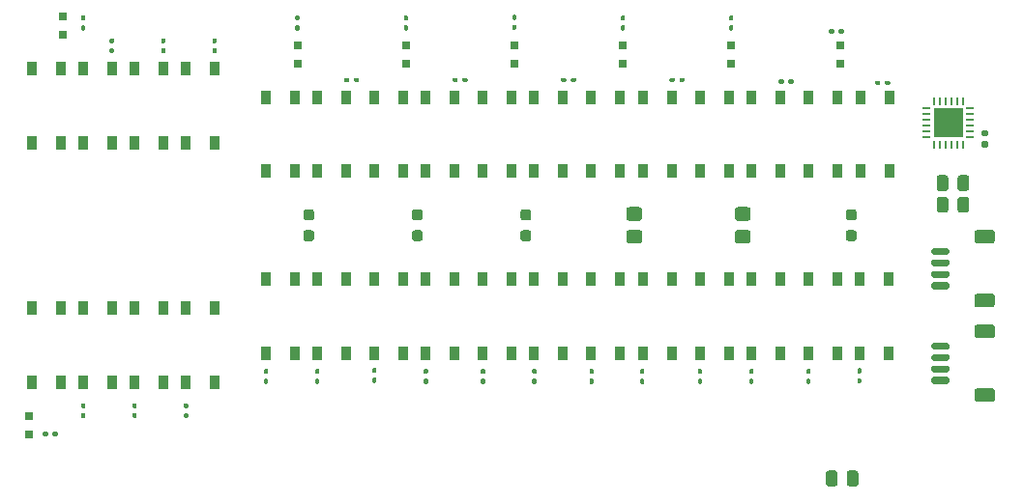
<source format=gtp>
G04 #@! TF.GenerationSoftware,KiCad,Pcbnew,(5.1.9)-1*
G04 #@! TF.CreationDate,2022-05-17T08:56:49-06:00*
G04 #@! TF.ProjectId,Calibrator_02,43616c69-6272-4617-946f-725f30322e6b,rev?*
G04 #@! TF.SameCoordinates,Original*
G04 #@! TF.FileFunction,Paste,Top*
G04 #@! TF.FilePolarity,Positive*
%FSLAX46Y46*%
G04 Gerber Fmt 4.6, Leading zero omitted, Abs format (unit mm)*
G04 Created by KiCad (PCBNEW (5.1.9)-1) date 2022-05-17 08:56:49*
%MOMM*%
%LPD*%
G01*
G04 APERTURE LIST*
%ADD10R,0.900000X1.199000*%
%ADD11R,0.280000X0.665000*%
%ADD12R,0.665000X0.280000*%
%ADD13R,2.650000X2.650000*%
%ADD14R,0.800000X0.800000*%
G04 APERTURE END LIST*
G36*
G01*
X78110000Y-13403500D02*
X78290000Y-13403500D01*
G75*
G02*
X78380000Y-13493500I0J-90000D01*
G01*
X78380000Y-13771500D01*
G75*
G02*
X78290000Y-13861500I-90000J0D01*
G01*
X78110000Y-13861500D01*
G75*
G02*
X78020000Y-13771500I0J90000D01*
G01*
X78020000Y-13493500D01*
G75*
G02*
X78110000Y-13403500I90000J0D01*
G01*
G37*
G36*
G01*
X78110000Y-12538500D02*
X78290000Y-12538500D01*
G75*
G02*
X78380000Y-12628500I0J-90000D01*
G01*
X78380000Y-12906500D01*
G75*
G02*
X78290000Y-12996500I-90000J0D01*
G01*
X78110000Y-12996500D01*
G75*
G02*
X78020000Y-12906500I0J90000D01*
G01*
X78020000Y-12628500D01*
G75*
G02*
X78110000Y-12538500I90000J0D01*
G01*
G37*
G36*
G01*
X73660000Y-13453500D02*
X73840000Y-13453500D01*
G75*
G02*
X73930000Y-13543500I0J-90000D01*
G01*
X73930000Y-13821500D01*
G75*
G02*
X73840000Y-13911500I-90000J0D01*
G01*
X73660000Y-13911500D01*
G75*
G02*
X73570000Y-13821500I0J90000D01*
G01*
X73570000Y-13543500D01*
G75*
G02*
X73660000Y-13453500I90000J0D01*
G01*
G37*
G36*
G01*
X73660000Y-12588500D02*
X73840000Y-12588500D01*
G75*
G02*
X73930000Y-12678500I0J-90000D01*
G01*
X73930000Y-12956500D01*
G75*
G02*
X73840000Y-13046500I-90000J0D01*
G01*
X73660000Y-13046500D01*
G75*
G02*
X73570000Y-12956500I0J90000D01*
G01*
X73570000Y-12678500D01*
G75*
G02*
X73660000Y-12588500I90000J0D01*
G01*
G37*
G36*
G01*
X68660000Y-13453500D02*
X68840000Y-13453500D01*
G75*
G02*
X68930000Y-13543500I0J-90000D01*
G01*
X68930000Y-13821500D01*
G75*
G02*
X68840000Y-13911500I-90000J0D01*
G01*
X68660000Y-13911500D01*
G75*
G02*
X68570000Y-13821500I0J90000D01*
G01*
X68570000Y-13543500D01*
G75*
G02*
X68660000Y-13453500I90000J0D01*
G01*
G37*
G36*
G01*
X68660000Y-12588500D02*
X68840000Y-12588500D01*
G75*
G02*
X68930000Y-12678500I0J-90000D01*
G01*
X68930000Y-12956500D01*
G75*
G02*
X68840000Y-13046500I-90000J0D01*
G01*
X68660000Y-13046500D01*
G75*
G02*
X68570000Y-12956500I0J90000D01*
G01*
X68570000Y-12678500D01*
G75*
G02*
X68660000Y-12588500I90000J0D01*
G01*
G37*
G36*
G01*
X64160000Y-13453500D02*
X64340000Y-13453500D01*
G75*
G02*
X64430000Y-13543500I0J-90000D01*
G01*
X64430000Y-13821500D01*
G75*
G02*
X64340000Y-13911500I-90000J0D01*
G01*
X64160000Y-13911500D01*
G75*
G02*
X64070000Y-13821500I0J90000D01*
G01*
X64070000Y-13543500D01*
G75*
G02*
X64160000Y-13453500I90000J0D01*
G01*
G37*
G36*
G01*
X64160000Y-12588500D02*
X64340000Y-12588500D01*
G75*
G02*
X64430000Y-12678500I0J-90000D01*
G01*
X64430000Y-12956500D01*
G75*
G02*
X64340000Y-13046500I-90000J0D01*
G01*
X64160000Y-13046500D01*
G75*
G02*
X64070000Y-12956500I0J90000D01*
G01*
X64070000Y-12678500D01*
G75*
G02*
X64160000Y-12588500I90000J0D01*
G01*
G37*
G36*
G01*
X59110000Y-13453500D02*
X59290000Y-13453500D01*
G75*
G02*
X59380000Y-13543500I0J-90000D01*
G01*
X59380000Y-13821500D01*
G75*
G02*
X59290000Y-13911500I-90000J0D01*
G01*
X59110000Y-13911500D01*
G75*
G02*
X59020000Y-13821500I0J90000D01*
G01*
X59020000Y-13543500D01*
G75*
G02*
X59110000Y-13453500I90000J0D01*
G01*
G37*
G36*
G01*
X59110000Y-12588500D02*
X59290000Y-12588500D01*
G75*
G02*
X59380000Y-12678500I0J-90000D01*
G01*
X59380000Y-12956500D01*
G75*
G02*
X59290000Y-13046500I-90000J0D01*
G01*
X59110000Y-13046500D01*
G75*
G02*
X59020000Y-12956500I0J90000D01*
G01*
X59020000Y-12678500D01*
G75*
G02*
X59110000Y-12588500I90000J0D01*
G01*
G37*
G36*
G01*
X54660000Y-13453500D02*
X54840000Y-13453500D01*
G75*
G02*
X54930000Y-13543500I0J-90000D01*
G01*
X54930000Y-13821500D01*
G75*
G02*
X54840000Y-13911500I-90000J0D01*
G01*
X54660000Y-13911500D01*
G75*
G02*
X54570000Y-13821500I0J90000D01*
G01*
X54570000Y-13543500D01*
G75*
G02*
X54660000Y-13453500I90000J0D01*
G01*
G37*
G36*
G01*
X54660000Y-12588500D02*
X54840000Y-12588500D01*
G75*
G02*
X54930000Y-12678500I0J-90000D01*
G01*
X54930000Y-12956500D01*
G75*
G02*
X54840000Y-13046500I-90000J0D01*
G01*
X54660000Y-13046500D01*
G75*
G02*
X54570000Y-12956500I0J90000D01*
G01*
X54570000Y-12678500D01*
G75*
G02*
X54660000Y-12588500I90000J0D01*
G01*
G37*
G36*
G01*
X49660000Y-13453500D02*
X49840000Y-13453500D01*
G75*
G02*
X49930000Y-13543500I0J-90000D01*
G01*
X49930000Y-13821500D01*
G75*
G02*
X49840000Y-13911500I-90000J0D01*
G01*
X49660000Y-13911500D01*
G75*
G02*
X49570000Y-13821500I0J90000D01*
G01*
X49570000Y-13543500D01*
G75*
G02*
X49660000Y-13453500I90000J0D01*
G01*
G37*
G36*
G01*
X49660000Y-12588500D02*
X49840000Y-12588500D01*
G75*
G02*
X49930000Y-12678500I0J-90000D01*
G01*
X49930000Y-12956500D01*
G75*
G02*
X49840000Y-13046500I-90000J0D01*
G01*
X49660000Y-13046500D01*
G75*
G02*
X49570000Y-12956500I0J90000D01*
G01*
X49570000Y-12678500D01*
G75*
G02*
X49660000Y-12588500I90000J0D01*
G01*
G37*
G36*
G01*
X45160000Y-13453500D02*
X45340000Y-13453500D01*
G75*
G02*
X45430000Y-13543500I0J-90000D01*
G01*
X45430000Y-13821500D01*
G75*
G02*
X45340000Y-13911500I-90000J0D01*
G01*
X45160000Y-13911500D01*
G75*
G02*
X45070000Y-13821500I0J90000D01*
G01*
X45070000Y-13543500D01*
G75*
G02*
X45160000Y-13453500I90000J0D01*
G01*
G37*
G36*
G01*
X45160000Y-12588500D02*
X45340000Y-12588500D01*
G75*
G02*
X45430000Y-12678500I0J-90000D01*
G01*
X45430000Y-12956500D01*
G75*
G02*
X45340000Y-13046500I-90000J0D01*
G01*
X45160000Y-13046500D01*
G75*
G02*
X45070000Y-12956500I0J90000D01*
G01*
X45070000Y-12678500D01*
G75*
G02*
X45160000Y-12588500I90000J0D01*
G01*
G37*
G36*
G01*
X40160000Y-13453500D02*
X40340000Y-13453500D01*
G75*
G02*
X40430000Y-13543500I0J-90000D01*
G01*
X40430000Y-13821500D01*
G75*
G02*
X40340000Y-13911500I-90000J0D01*
G01*
X40160000Y-13911500D01*
G75*
G02*
X40070000Y-13821500I0J90000D01*
G01*
X40070000Y-13543500D01*
G75*
G02*
X40160000Y-13453500I90000J0D01*
G01*
G37*
G36*
G01*
X40160000Y-12588500D02*
X40340000Y-12588500D01*
G75*
G02*
X40430000Y-12678500I0J-90000D01*
G01*
X40430000Y-12956500D01*
G75*
G02*
X40340000Y-13046500I-90000J0D01*
G01*
X40160000Y-13046500D01*
G75*
G02*
X40070000Y-12956500I0J90000D01*
G01*
X40070000Y-12678500D01*
G75*
G02*
X40160000Y-12588500I90000J0D01*
G01*
G37*
G36*
G01*
X35660000Y-13361000D02*
X35840000Y-13361000D01*
G75*
G02*
X35930000Y-13451000I0J-90000D01*
G01*
X35930000Y-13729000D01*
G75*
G02*
X35840000Y-13819000I-90000J0D01*
G01*
X35660000Y-13819000D01*
G75*
G02*
X35570000Y-13729000I0J90000D01*
G01*
X35570000Y-13451000D01*
G75*
G02*
X35660000Y-13361000I90000J0D01*
G01*
G37*
G36*
G01*
X35660000Y-12496000D02*
X35840000Y-12496000D01*
G75*
G02*
X35930000Y-12586000I0J-90000D01*
G01*
X35930000Y-12864000D01*
G75*
G02*
X35840000Y-12954000I-90000J0D01*
G01*
X35660000Y-12954000D01*
G75*
G02*
X35570000Y-12864000I0J90000D01*
G01*
X35570000Y-12586000D01*
G75*
G02*
X35660000Y-12496000I90000J0D01*
G01*
G37*
G36*
G01*
X30660000Y-13453500D02*
X30840000Y-13453500D01*
G75*
G02*
X30930000Y-13543500I0J-90000D01*
G01*
X30930000Y-13821500D01*
G75*
G02*
X30840000Y-13911500I-90000J0D01*
G01*
X30660000Y-13911500D01*
G75*
G02*
X30570000Y-13821500I0J90000D01*
G01*
X30570000Y-13543500D01*
G75*
G02*
X30660000Y-13453500I90000J0D01*
G01*
G37*
G36*
G01*
X30660000Y-12588500D02*
X30840000Y-12588500D01*
G75*
G02*
X30930000Y-12678500I0J-90000D01*
G01*
X30930000Y-12956500D01*
G75*
G02*
X30840000Y-13046500I-90000J0D01*
G01*
X30660000Y-13046500D01*
G75*
G02*
X30570000Y-12956500I0J90000D01*
G01*
X30570000Y-12678500D01*
G75*
G02*
X30660000Y-12588500I90000J0D01*
G01*
G37*
G36*
G01*
X26160000Y-13453500D02*
X26340000Y-13453500D01*
G75*
G02*
X26430000Y-13543500I0J-90000D01*
G01*
X26430000Y-13821500D01*
G75*
G02*
X26340000Y-13911500I-90000J0D01*
G01*
X26160000Y-13911500D01*
G75*
G02*
X26070000Y-13821500I0J90000D01*
G01*
X26070000Y-13543500D01*
G75*
G02*
X26160000Y-13453500I90000J0D01*
G01*
G37*
G36*
G01*
X26160000Y-12588500D02*
X26340000Y-12588500D01*
G75*
G02*
X26430000Y-12678500I0J-90000D01*
G01*
X26430000Y-12956500D01*
G75*
G02*
X26340000Y-13046500I-90000J0D01*
G01*
X26160000Y-13046500D01*
G75*
G02*
X26070000Y-12956500I0J90000D01*
G01*
X26070000Y-12678500D01*
G75*
G02*
X26160000Y-12588500I90000J0D01*
G01*
G37*
G36*
G01*
X80453500Y12410000D02*
X80453500Y12590000D01*
G75*
G02*
X80543500Y12680000I90000J0D01*
G01*
X80821500Y12680000D01*
G75*
G02*
X80911500Y12590000I0J-90000D01*
G01*
X80911500Y12410000D01*
G75*
G02*
X80821500Y12320000I-90000J0D01*
G01*
X80543500Y12320000D01*
G75*
G02*
X80453500Y12410000I0J90000D01*
G01*
G37*
G36*
G01*
X79588500Y12410000D02*
X79588500Y12590000D01*
G75*
G02*
X79678500Y12680000I90000J0D01*
G01*
X79956500Y12680000D01*
G75*
G02*
X80046500Y12590000I0J-90000D01*
G01*
X80046500Y12410000D01*
G75*
G02*
X79956500Y12320000I-90000J0D01*
G01*
X79678500Y12320000D01*
G75*
G02*
X79588500Y12410000I0J90000D01*
G01*
G37*
G36*
G01*
X71589000Y12690000D02*
X71589000Y12510000D01*
G75*
G02*
X71499000Y12420000I-90000J0D01*
G01*
X71221000Y12420000D01*
G75*
G02*
X71131000Y12510000I0J90000D01*
G01*
X71131000Y12690000D01*
G75*
G02*
X71221000Y12780000I90000J0D01*
G01*
X71499000Y12780000D01*
G75*
G02*
X71589000Y12690000I0J-90000D01*
G01*
G37*
G36*
G01*
X72454000Y12690000D02*
X72454000Y12510000D01*
G75*
G02*
X72364000Y12420000I-90000J0D01*
G01*
X72086000Y12420000D01*
G75*
G02*
X71996000Y12510000I0J90000D01*
G01*
X71996000Y12690000D01*
G75*
G02*
X72086000Y12780000I90000J0D01*
G01*
X72364000Y12780000D01*
G75*
G02*
X72454000Y12690000I0J-90000D01*
G01*
G37*
G36*
G01*
X62046500Y12840000D02*
X62046500Y12660000D01*
G75*
G02*
X61956500Y12570000I-90000J0D01*
G01*
X61678500Y12570000D01*
G75*
G02*
X61588500Y12660000I0J90000D01*
G01*
X61588500Y12840000D01*
G75*
G02*
X61678500Y12930000I90000J0D01*
G01*
X61956500Y12930000D01*
G75*
G02*
X62046500Y12840000I0J-90000D01*
G01*
G37*
G36*
G01*
X62911500Y12840000D02*
X62911500Y12660000D01*
G75*
G02*
X62821500Y12570000I-90000J0D01*
G01*
X62543500Y12570000D01*
G75*
G02*
X62453500Y12660000I0J90000D01*
G01*
X62453500Y12840000D01*
G75*
G02*
X62543500Y12930000I90000J0D01*
G01*
X62821500Y12930000D01*
G75*
G02*
X62911500Y12840000I0J-90000D01*
G01*
G37*
G36*
G01*
X52546500Y12840000D02*
X52546500Y12660000D01*
G75*
G02*
X52456500Y12570000I-90000J0D01*
G01*
X52178500Y12570000D01*
G75*
G02*
X52088500Y12660000I0J90000D01*
G01*
X52088500Y12840000D01*
G75*
G02*
X52178500Y12930000I90000J0D01*
G01*
X52456500Y12930000D01*
G75*
G02*
X52546500Y12840000I0J-90000D01*
G01*
G37*
G36*
G01*
X53411500Y12840000D02*
X53411500Y12660000D01*
G75*
G02*
X53321500Y12570000I-90000J0D01*
G01*
X53043500Y12570000D01*
G75*
G02*
X52953500Y12660000I0J90000D01*
G01*
X52953500Y12840000D01*
G75*
G02*
X53043500Y12930000I90000J0D01*
G01*
X53321500Y12930000D01*
G75*
G02*
X53411500Y12840000I0J-90000D01*
G01*
G37*
G36*
G01*
X43046500Y12840000D02*
X43046500Y12660000D01*
G75*
G02*
X42956500Y12570000I-90000J0D01*
G01*
X42678500Y12570000D01*
G75*
G02*
X42588500Y12660000I0J90000D01*
G01*
X42588500Y12840000D01*
G75*
G02*
X42678500Y12930000I90000J0D01*
G01*
X42956500Y12930000D01*
G75*
G02*
X43046500Y12840000I0J-90000D01*
G01*
G37*
G36*
G01*
X43911500Y12840000D02*
X43911500Y12660000D01*
G75*
G02*
X43821500Y12570000I-90000J0D01*
G01*
X43543500Y12570000D01*
G75*
G02*
X43453500Y12660000I0J90000D01*
G01*
X43453500Y12840000D01*
G75*
G02*
X43543500Y12930000I90000J0D01*
G01*
X43821500Y12930000D01*
G75*
G02*
X43911500Y12840000I0J-90000D01*
G01*
G37*
G36*
G01*
X33546500Y12840000D02*
X33546500Y12660000D01*
G75*
G02*
X33456500Y12570000I-90000J0D01*
G01*
X33178500Y12570000D01*
G75*
G02*
X33088500Y12660000I0J90000D01*
G01*
X33088500Y12840000D01*
G75*
G02*
X33178500Y12930000I90000J0D01*
G01*
X33456500Y12930000D01*
G75*
G02*
X33546500Y12840000I0J-90000D01*
G01*
G37*
G36*
G01*
X34411500Y12840000D02*
X34411500Y12660000D01*
G75*
G02*
X34321500Y12570000I-90000J0D01*
G01*
X34043500Y12570000D01*
G75*
G02*
X33953500Y12660000I0J90000D01*
G01*
X33953500Y12840000D01*
G75*
G02*
X34043500Y12930000I90000J0D01*
G01*
X34321500Y12930000D01*
G75*
G02*
X34411500Y12840000I0J-90000D01*
G01*
G37*
G36*
G01*
X76403500Y16910000D02*
X76403500Y17090000D01*
G75*
G02*
X76493500Y17180000I90000J0D01*
G01*
X76771500Y17180000D01*
G75*
G02*
X76861500Y17090000I0J-90000D01*
G01*
X76861500Y16910000D01*
G75*
G02*
X76771500Y16820000I-90000J0D01*
G01*
X76493500Y16820000D01*
G75*
G02*
X76403500Y16910000I0J90000D01*
G01*
G37*
G36*
G01*
X75538500Y16910000D02*
X75538500Y17090000D01*
G75*
G02*
X75628500Y17180000I90000J0D01*
G01*
X75906500Y17180000D01*
G75*
G02*
X75996500Y17090000I0J-90000D01*
G01*
X75996500Y16910000D01*
G75*
G02*
X75906500Y16820000I-90000J0D01*
G01*
X75628500Y16820000D01*
G75*
G02*
X75538500Y16910000I0J90000D01*
G01*
G37*
G36*
G01*
X66910000Y17546500D02*
X67090000Y17546500D01*
G75*
G02*
X67180000Y17456500I0J-90000D01*
G01*
X67180000Y17178500D01*
G75*
G02*
X67090000Y17088500I-90000J0D01*
G01*
X66910000Y17088500D01*
G75*
G02*
X66820000Y17178500I0J90000D01*
G01*
X66820000Y17456500D01*
G75*
G02*
X66910000Y17546500I90000J0D01*
G01*
G37*
G36*
G01*
X66910000Y18411500D02*
X67090000Y18411500D01*
G75*
G02*
X67180000Y18321500I0J-90000D01*
G01*
X67180000Y18043500D01*
G75*
G02*
X67090000Y17953500I-90000J0D01*
G01*
X66910000Y17953500D01*
G75*
G02*
X66820000Y18043500I0J90000D01*
G01*
X66820000Y18321500D01*
G75*
G02*
X66910000Y18411500I90000J0D01*
G01*
G37*
G36*
G01*
X57410000Y17546500D02*
X57590000Y17546500D01*
G75*
G02*
X57680000Y17456500I0J-90000D01*
G01*
X57680000Y17178500D01*
G75*
G02*
X57590000Y17088500I-90000J0D01*
G01*
X57410000Y17088500D01*
G75*
G02*
X57320000Y17178500I0J90000D01*
G01*
X57320000Y17456500D01*
G75*
G02*
X57410000Y17546500I90000J0D01*
G01*
G37*
G36*
G01*
X57410000Y18411500D02*
X57590000Y18411500D01*
G75*
G02*
X57680000Y18321500I0J-90000D01*
G01*
X57680000Y18043500D01*
G75*
G02*
X57590000Y17953500I-90000J0D01*
G01*
X57410000Y17953500D01*
G75*
G02*
X57320000Y18043500I0J90000D01*
G01*
X57320000Y18321500D01*
G75*
G02*
X57410000Y18411500I90000J0D01*
G01*
G37*
G36*
G01*
X47910000Y17596500D02*
X48090000Y17596500D01*
G75*
G02*
X48180000Y17506500I0J-90000D01*
G01*
X48180000Y17228500D01*
G75*
G02*
X48090000Y17138500I-90000J0D01*
G01*
X47910000Y17138500D01*
G75*
G02*
X47820000Y17228500I0J90000D01*
G01*
X47820000Y17506500D01*
G75*
G02*
X47910000Y17596500I90000J0D01*
G01*
G37*
G36*
G01*
X47910000Y18461500D02*
X48090000Y18461500D01*
G75*
G02*
X48180000Y18371500I0J-90000D01*
G01*
X48180000Y18093500D01*
G75*
G02*
X48090000Y18003500I-90000J0D01*
G01*
X47910000Y18003500D01*
G75*
G02*
X47820000Y18093500I0J90000D01*
G01*
X47820000Y18371500D01*
G75*
G02*
X47910000Y18461500I90000J0D01*
G01*
G37*
G36*
G01*
X38410000Y17546500D02*
X38590000Y17546500D01*
G75*
G02*
X38680000Y17456500I0J-90000D01*
G01*
X38680000Y17178500D01*
G75*
G02*
X38590000Y17088500I-90000J0D01*
G01*
X38410000Y17088500D01*
G75*
G02*
X38320000Y17178500I0J90000D01*
G01*
X38320000Y17456500D01*
G75*
G02*
X38410000Y17546500I90000J0D01*
G01*
G37*
G36*
G01*
X38410000Y18411500D02*
X38590000Y18411500D01*
G75*
G02*
X38680000Y18321500I0J-90000D01*
G01*
X38680000Y18043500D01*
G75*
G02*
X38590000Y17953500I-90000J0D01*
G01*
X38410000Y17953500D01*
G75*
G02*
X38320000Y18043500I0J90000D01*
G01*
X38320000Y18321500D01*
G75*
G02*
X38410000Y18411500I90000J0D01*
G01*
G37*
G36*
G01*
X28910000Y17546500D02*
X29090000Y17546500D01*
G75*
G02*
X29180000Y17456500I0J-90000D01*
G01*
X29180000Y17178500D01*
G75*
G02*
X29090000Y17088500I-90000J0D01*
G01*
X28910000Y17088500D01*
G75*
G02*
X28820000Y17178500I0J90000D01*
G01*
X28820000Y17456500D01*
G75*
G02*
X28910000Y17546500I90000J0D01*
G01*
G37*
G36*
G01*
X28910000Y18411500D02*
X29090000Y18411500D01*
G75*
G02*
X29180000Y18321500I0J-90000D01*
G01*
X29180000Y18043500D01*
G75*
G02*
X29090000Y17953500I-90000J0D01*
G01*
X28910000Y17953500D01*
G75*
G02*
X28820000Y18043500I0J90000D01*
G01*
X28820000Y18321500D01*
G75*
G02*
X28910000Y18411500I90000J0D01*
G01*
G37*
G36*
G01*
X10160000Y17546500D02*
X10340000Y17546500D01*
G75*
G02*
X10430000Y17456500I0J-90000D01*
G01*
X10430000Y17178500D01*
G75*
G02*
X10340000Y17088500I-90000J0D01*
G01*
X10160000Y17088500D01*
G75*
G02*
X10070000Y17178500I0J90000D01*
G01*
X10070000Y17456500D01*
G75*
G02*
X10160000Y17546500I90000J0D01*
G01*
G37*
G36*
G01*
X10160000Y18411500D02*
X10340000Y18411500D01*
G75*
G02*
X10430000Y18321500I0J-90000D01*
G01*
X10430000Y18043500D01*
G75*
G02*
X10340000Y17953500I-90000J0D01*
G01*
X10160000Y17953500D01*
G75*
G02*
X10070000Y18043500I0J90000D01*
G01*
X10070000Y18321500D01*
G75*
G02*
X10160000Y18411500I90000J0D01*
G01*
G37*
G36*
G01*
X17340000Y15953500D02*
X17160000Y15953500D01*
G75*
G02*
X17070000Y16043500I0J90000D01*
G01*
X17070000Y16321500D01*
G75*
G02*
X17160000Y16411500I90000J0D01*
G01*
X17340000Y16411500D01*
G75*
G02*
X17430000Y16321500I0J-90000D01*
G01*
X17430000Y16043500D01*
G75*
G02*
X17340000Y15953500I-90000J0D01*
G01*
G37*
G36*
G01*
X17340000Y15088500D02*
X17160000Y15088500D01*
G75*
G02*
X17070000Y15178500I0J90000D01*
G01*
X17070000Y15456500D01*
G75*
G02*
X17160000Y15546500I90000J0D01*
G01*
X17340000Y15546500D01*
G75*
G02*
X17430000Y15456500I0J-90000D01*
G01*
X17430000Y15178500D01*
G75*
G02*
X17340000Y15088500I-90000J0D01*
G01*
G37*
G36*
G01*
X12840000Y15953500D02*
X12660000Y15953500D01*
G75*
G02*
X12570000Y16043500I0J90000D01*
G01*
X12570000Y16321500D01*
G75*
G02*
X12660000Y16411500I90000J0D01*
G01*
X12840000Y16411500D01*
G75*
G02*
X12930000Y16321500I0J-90000D01*
G01*
X12930000Y16043500D01*
G75*
G02*
X12840000Y15953500I-90000J0D01*
G01*
G37*
G36*
G01*
X12840000Y15088500D02*
X12660000Y15088500D01*
G75*
G02*
X12570000Y15178500I0J90000D01*
G01*
X12570000Y15456500D01*
G75*
G02*
X12660000Y15546500I90000J0D01*
G01*
X12840000Y15546500D01*
G75*
G02*
X12930000Y15456500I0J-90000D01*
G01*
X12930000Y15178500D01*
G75*
G02*
X12840000Y15088500I-90000J0D01*
G01*
G37*
G36*
G01*
X21840000Y15953500D02*
X21660000Y15953500D01*
G75*
G02*
X21570000Y16043500I0J90000D01*
G01*
X21570000Y16321500D01*
G75*
G02*
X21660000Y16411500I90000J0D01*
G01*
X21840000Y16411500D01*
G75*
G02*
X21930000Y16321500I0J-90000D01*
G01*
X21930000Y16043500D01*
G75*
G02*
X21840000Y15953500I-90000J0D01*
G01*
G37*
G36*
G01*
X21840000Y15088500D02*
X21660000Y15088500D01*
G75*
G02*
X21570000Y15178500I0J90000D01*
G01*
X21570000Y15456500D01*
G75*
G02*
X21660000Y15546500I90000J0D01*
G01*
X21840000Y15546500D01*
G75*
G02*
X21930000Y15456500I0J-90000D01*
G01*
X21930000Y15178500D01*
G75*
G02*
X21840000Y15088500I-90000J0D01*
G01*
G37*
G36*
G01*
X10340000Y-16046500D02*
X10160000Y-16046500D01*
G75*
G02*
X10070000Y-15956500I0J90000D01*
G01*
X10070000Y-15678500D01*
G75*
G02*
X10160000Y-15588500I90000J0D01*
G01*
X10340000Y-15588500D01*
G75*
G02*
X10430000Y-15678500I0J-90000D01*
G01*
X10430000Y-15956500D01*
G75*
G02*
X10340000Y-16046500I-90000J0D01*
G01*
G37*
G36*
G01*
X10340000Y-16911500D02*
X10160000Y-16911500D01*
G75*
G02*
X10070000Y-16821500I0J90000D01*
G01*
X10070000Y-16543500D01*
G75*
G02*
X10160000Y-16453500I90000J0D01*
G01*
X10340000Y-16453500D01*
G75*
G02*
X10430000Y-16543500I0J-90000D01*
G01*
X10430000Y-16821500D01*
G75*
G02*
X10340000Y-16911500I-90000J0D01*
G01*
G37*
G36*
G01*
X14840000Y-16046500D02*
X14660000Y-16046500D01*
G75*
G02*
X14570000Y-15956500I0J90000D01*
G01*
X14570000Y-15678500D01*
G75*
G02*
X14660000Y-15588500I90000J0D01*
G01*
X14840000Y-15588500D01*
G75*
G02*
X14930000Y-15678500I0J-90000D01*
G01*
X14930000Y-15956500D01*
G75*
G02*
X14840000Y-16046500I-90000J0D01*
G01*
G37*
G36*
G01*
X14840000Y-16911500D02*
X14660000Y-16911500D01*
G75*
G02*
X14570000Y-16821500I0J90000D01*
G01*
X14570000Y-16543500D01*
G75*
G02*
X14660000Y-16453500I90000J0D01*
G01*
X14840000Y-16453500D01*
G75*
G02*
X14930000Y-16543500I0J-90000D01*
G01*
X14930000Y-16821500D01*
G75*
G02*
X14840000Y-16911500I-90000J0D01*
G01*
G37*
G36*
G01*
X19340000Y-16046500D02*
X19160000Y-16046500D01*
G75*
G02*
X19070000Y-15956500I0J90000D01*
G01*
X19070000Y-15678500D01*
G75*
G02*
X19160000Y-15588500I90000J0D01*
G01*
X19340000Y-15588500D01*
G75*
G02*
X19430000Y-15678500I0J-90000D01*
G01*
X19430000Y-15956500D01*
G75*
G02*
X19340000Y-16046500I-90000J0D01*
G01*
G37*
G36*
G01*
X19340000Y-16911500D02*
X19160000Y-16911500D01*
G75*
G02*
X19070000Y-16821500I0J90000D01*
G01*
X19070000Y-16543500D01*
G75*
G02*
X19160000Y-16453500I90000J0D01*
G01*
X19340000Y-16453500D01*
G75*
G02*
X19430000Y-16543500I0J-90000D01*
G01*
X19430000Y-16821500D01*
G75*
G02*
X19340000Y-16911500I-90000J0D01*
G01*
G37*
G36*
G01*
X7162500Y-18198000D02*
X7162500Y-18378000D01*
G75*
G02*
X7072500Y-18468000I-90000J0D01*
G01*
X6794500Y-18468000D01*
G75*
G02*
X6704500Y-18378000I0J90000D01*
G01*
X6704500Y-18198000D01*
G75*
G02*
X6794500Y-18108000I90000J0D01*
G01*
X7072500Y-18108000D01*
G75*
G02*
X7162500Y-18198000I0J-90000D01*
G01*
G37*
G36*
G01*
X8027500Y-18198000D02*
X8027500Y-18378000D01*
G75*
G02*
X7937500Y-18468000I-90000J0D01*
G01*
X7659500Y-18468000D01*
G75*
G02*
X7569500Y-18378000I0J90000D01*
G01*
X7569500Y-18198000D01*
G75*
G02*
X7659500Y-18108000I90000J0D01*
G01*
X7937500Y-18108000D01*
G75*
G02*
X8027500Y-18198000I0J-90000D01*
G01*
G37*
D10*
X78230000Y-4750000D03*
X80770000Y-4750000D03*
X80770000Y-11250000D03*
X78230000Y-11250000D03*
X80870000Y4750000D03*
X78330000Y4750000D03*
X78330000Y11250000D03*
X80870000Y11250000D03*
X73730000Y-4750000D03*
X76270000Y-4750000D03*
X76270000Y-11250000D03*
X73730000Y-11250000D03*
X76270000Y4750000D03*
X73730000Y4750000D03*
X73730000Y11250000D03*
X76270000Y11250000D03*
X68730000Y-4750000D03*
X71270000Y-4750000D03*
X71270000Y-11250000D03*
X68730000Y-11250000D03*
X71270000Y4750000D03*
X68730000Y4750000D03*
X68730000Y11250000D03*
X71270000Y11250000D03*
X64230000Y-4750000D03*
X66770000Y-4750000D03*
X66770000Y-11250000D03*
X64230000Y-11250000D03*
X66770000Y4750000D03*
X64230000Y4750000D03*
X64230000Y11250000D03*
X66770000Y11250000D03*
X59230000Y-4750000D03*
X61770000Y-4750000D03*
X61770000Y-11250000D03*
X59230000Y-11250000D03*
X61770000Y4750000D03*
X59230000Y4750000D03*
X59230000Y11250000D03*
X61770000Y11250000D03*
X54730000Y-4750000D03*
X57270000Y-4750000D03*
X57270000Y-11250000D03*
X54730000Y-11250000D03*
X57270000Y4750000D03*
X54730000Y4750000D03*
X54730000Y11250000D03*
X57270000Y11250000D03*
X49730000Y-4750000D03*
X52270000Y-4750000D03*
X52270000Y-11250000D03*
X49730000Y-11250000D03*
X45230000Y-4750000D03*
X47770000Y-4750000D03*
X47770000Y-11250000D03*
X45230000Y-11250000D03*
X40230000Y-4750000D03*
X42770000Y-4750000D03*
X42770000Y-11250000D03*
X40230000Y-11250000D03*
X35730000Y-4750000D03*
X38270000Y-4750000D03*
X38270000Y-11250000D03*
X35730000Y-11250000D03*
X30730000Y-4750000D03*
X33270000Y-4750000D03*
X33270000Y-11250000D03*
X30730000Y-11250000D03*
X26230000Y-4750000D03*
X28770000Y-4750000D03*
X28770000Y-11250000D03*
X26230000Y-11250000D03*
X52270000Y4750000D03*
X49730000Y4750000D03*
X49730000Y11250000D03*
X52270000Y11250000D03*
X47770000Y4750000D03*
X45230000Y4750000D03*
X45230000Y11250000D03*
X47770000Y11250000D03*
X42770000Y4750000D03*
X40230000Y4750000D03*
X40230000Y11250000D03*
X42770000Y11250000D03*
X38270000Y4750000D03*
X35730000Y4750000D03*
X35730000Y11250000D03*
X38270000Y11250000D03*
X33270000Y4750000D03*
X30730000Y4750000D03*
X30730000Y11250000D03*
X33270000Y11250000D03*
X28770000Y4750000D03*
X26230000Y4750000D03*
X26230000Y11250000D03*
X28770000Y11250000D03*
D11*
X87250000Y10908000D03*
X86750000Y10908000D03*
X86250000Y10908000D03*
X85750000Y10908000D03*
X85250000Y10908000D03*
X84750000Y10908000D03*
D12*
X84092000Y10250000D03*
X84092000Y9750000D03*
X84092000Y9250000D03*
X84092000Y8750000D03*
X84092000Y8250000D03*
X84092000Y7750000D03*
D11*
X84750000Y7092000D03*
X85250000Y7092000D03*
X85750000Y7092000D03*
X86250000Y7092000D03*
X86750000Y7092000D03*
X87250000Y7092000D03*
D12*
X87908000Y7750000D03*
X87908000Y8250000D03*
X87908000Y8750000D03*
X87908000Y9250000D03*
X87908000Y9750000D03*
X87908000Y10250000D03*
D13*
X86000000Y9000000D03*
D10*
X17270000Y7250000D03*
X14730000Y7250000D03*
X14730000Y13750000D03*
X17270000Y13750000D03*
X12770000Y7250000D03*
X10230000Y7250000D03*
X10230000Y13750000D03*
X12770000Y13750000D03*
X8270000Y7250000D03*
X5730000Y7250000D03*
X5730000Y13750000D03*
X8270000Y13750000D03*
X21770000Y7250000D03*
X19230000Y7250000D03*
X19230000Y13750000D03*
X21770000Y13750000D03*
X10230000Y-7250000D03*
X12770000Y-7250000D03*
X12770000Y-13750000D03*
X10230000Y-13750000D03*
X5730000Y-7250000D03*
X8270000Y-7250000D03*
X8270000Y-13750000D03*
X5730000Y-13750000D03*
X14730000Y-7250000D03*
X17270000Y-7250000D03*
X17270000Y-13750000D03*
X14730000Y-13750000D03*
X19230000Y-7250000D03*
X21770000Y-7250000D03*
X21770000Y-13750000D03*
X19230000Y-13750000D03*
D14*
X76497000Y15799000D03*
X76503000Y14201000D03*
X66997000Y15799000D03*
X67003000Y14201000D03*
X57497000Y15799000D03*
X57503000Y14201000D03*
X47997000Y15799000D03*
X48003000Y14201000D03*
X38497000Y15799000D03*
X38503000Y14201000D03*
X28997000Y15799000D03*
X29003000Y14201000D03*
X5503000Y-18299000D03*
X5497000Y-16701000D03*
X8497000Y18299000D03*
X8503000Y16701000D03*
G36*
G01*
X77100000Y-22650002D02*
X77100000Y-21749998D01*
G75*
G02*
X77349998Y-21500000I249998J0D01*
G01*
X77875002Y-21500000D01*
G75*
G02*
X78125000Y-21749998I0J-249998D01*
G01*
X78125000Y-22650002D01*
G75*
G02*
X77875002Y-22900000I-249998J0D01*
G01*
X77349998Y-22900000D01*
G75*
G02*
X77100000Y-22650002I0J249998D01*
G01*
G37*
G36*
G01*
X75275000Y-22650002D02*
X75275000Y-21749998D01*
G75*
G02*
X75524998Y-21500000I249998J0D01*
G01*
X76050002Y-21500000D01*
G75*
G02*
X76300000Y-21749998I0J-249998D01*
G01*
X76300000Y-22650002D01*
G75*
G02*
X76050002Y-22900000I-249998J0D01*
G01*
X75524998Y-22900000D01*
G75*
G02*
X75275000Y-22650002I0J249998D01*
G01*
G37*
G36*
G01*
X86000000Y4150002D02*
X86000000Y3249998D01*
G75*
G02*
X85750002Y3000000I-249998J0D01*
G01*
X85224998Y3000000D01*
G75*
G02*
X84975000Y3249998I0J249998D01*
G01*
X84975000Y4150002D01*
G75*
G02*
X85224998Y4400000I249998J0D01*
G01*
X85750002Y4400000D01*
G75*
G02*
X86000000Y4150002I0J-249998D01*
G01*
G37*
G36*
G01*
X87825000Y4150002D02*
X87825000Y3249998D01*
G75*
G02*
X87575002Y3000000I-249998J0D01*
G01*
X87049998Y3000000D01*
G75*
G02*
X86800000Y3249998I0J249998D01*
G01*
X86800000Y4150002D01*
G75*
G02*
X87049998Y4400000I249998J0D01*
G01*
X87575002Y4400000D01*
G75*
G02*
X87825000Y4150002I0J-249998D01*
G01*
G37*
G36*
G01*
X77262500Y-425000D02*
X77737500Y-425000D01*
G75*
G02*
X77975000Y-662500I0J-237500D01*
G01*
X77975000Y-1162500D01*
G75*
G02*
X77737500Y-1400000I-237500J0D01*
G01*
X77262500Y-1400000D01*
G75*
G02*
X77025000Y-1162500I0J237500D01*
G01*
X77025000Y-662500D01*
G75*
G02*
X77262500Y-425000I237500J0D01*
G01*
G37*
G36*
G01*
X77262500Y1400000D02*
X77737500Y1400000D01*
G75*
G02*
X77975000Y1162500I0J-237500D01*
G01*
X77975000Y662500D01*
G75*
G02*
X77737500Y425000I-237500J0D01*
G01*
X77262500Y425000D01*
G75*
G02*
X77025000Y662500I0J237500D01*
G01*
X77025000Y1162500D01*
G75*
G02*
X77262500Y1400000I237500J0D01*
G01*
G37*
G36*
G01*
X86000000Y2250002D02*
X86000000Y1349998D01*
G75*
G02*
X85750002Y1100000I-249998J0D01*
G01*
X85224998Y1100000D01*
G75*
G02*
X84975000Y1349998I0J249998D01*
G01*
X84975000Y2250002D01*
G75*
G02*
X85224998Y2500000I249998J0D01*
G01*
X85750002Y2500000D01*
G75*
G02*
X86000000Y2250002I0J-249998D01*
G01*
G37*
G36*
G01*
X87825000Y2250002D02*
X87825000Y1349998D01*
G75*
G02*
X87575002Y1100000I-249998J0D01*
G01*
X87049998Y1100000D01*
G75*
G02*
X86800000Y1349998I0J249998D01*
G01*
X86800000Y2250002D01*
G75*
G02*
X87049998Y2500000I249998J0D01*
G01*
X87575002Y2500000D01*
G75*
G02*
X87825000Y2250002I0J-249998D01*
G01*
G37*
G36*
G01*
X67549999Y-400000D02*
X68450001Y-400000D01*
G75*
G02*
X68700000Y-649999I0J-249999D01*
G01*
X68700000Y-1350001D01*
G75*
G02*
X68450001Y-1600000I-249999J0D01*
G01*
X67549999Y-1600000D01*
G75*
G02*
X67300000Y-1350001I0J249999D01*
G01*
X67300000Y-649999D01*
G75*
G02*
X67549999Y-400000I249999J0D01*
G01*
G37*
G36*
G01*
X67549999Y1600000D02*
X68450001Y1600000D01*
G75*
G02*
X68700000Y1350001I0J-249999D01*
G01*
X68700000Y649999D01*
G75*
G02*
X68450001Y400000I-249999J0D01*
G01*
X67549999Y400000D01*
G75*
G02*
X67300000Y649999I0J249999D01*
G01*
X67300000Y1350001D01*
G75*
G02*
X67549999Y1600000I249999J0D01*
G01*
G37*
G36*
G01*
X58049999Y-400000D02*
X58950001Y-400000D01*
G75*
G02*
X59200000Y-649999I0J-249999D01*
G01*
X59200000Y-1350001D01*
G75*
G02*
X58950001Y-1600000I-249999J0D01*
G01*
X58049999Y-1600000D01*
G75*
G02*
X57800000Y-1350001I0J249999D01*
G01*
X57800000Y-649999D01*
G75*
G02*
X58049999Y-400000I249999J0D01*
G01*
G37*
G36*
G01*
X58049999Y1600000D02*
X58950001Y1600000D01*
G75*
G02*
X59200000Y1350001I0J-249999D01*
G01*
X59200000Y649999D01*
G75*
G02*
X58950001Y400000I-249999J0D01*
G01*
X58049999Y400000D01*
G75*
G02*
X57800000Y649999I0J249999D01*
G01*
X57800000Y1350001D01*
G75*
G02*
X58049999Y1600000I249999J0D01*
G01*
G37*
G36*
G01*
X48762500Y-425000D02*
X49237500Y-425000D01*
G75*
G02*
X49475000Y-662500I0J-237500D01*
G01*
X49475000Y-1162500D01*
G75*
G02*
X49237500Y-1400000I-237500J0D01*
G01*
X48762500Y-1400000D01*
G75*
G02*
X48525000Y-1162500I0J237500D01*
G01*
X48525000Y-662500D01*
G75*
G02*
X48762500Y-425000I237500J0D01*
G01*
G37*
G36*
G01*
X48762500Y1400000D02*
X49237500Y1400000D01*
G75*
G02*
X49475000Y1162500I0J-237500D01*
G01*
X49475000Y662500D01*
G75*
G02*
X49237500Y425000I-237500J0D01*
G01*
X48762500Y425000D01*
G75*
G02*
X48525000Y662500I0J237500D01*
G01*
X48525000Y1162500D01*
G75*
G02*
X48762500Y1400000I237500J0D01*
G01*
G37*
G36*
G01*
X39262500Y-425000D02*
X39737500Y-425000D01*
G75*
G02*
X39975000Y-662500I0J-237500D01*
G01*
X39975000Y-1162500D01*
G75*
G02*
X39737500Y-1400000I-237500J0D01*
G01*
X39262500Y-1400000D01*
G75*
G02*
X39025000Y-1162500I0J237500D01*
G01*
X39025000Y-662500D01*
G75*
G02*
X39262500Y-425000I237500J0D01*
G01*
G37*
G36*
G01*
X39262500Y1400000D02*
X39737500Y1400000D01*
G75*
G02*
X39975000Y1162500I0J-237500D01*
G01*
X39975000Y662500D01*
G75*
G02*
X39737500Y425000I-237500J0D01*
G01*
X39262500Y425000D01*
G75*
G02*
X39025000Y662500I0J237500D01*
G01*
X39025000Y1162500D01*
G75*
G02*
X39262500Y1400000I237500J0D01*
G01*
G37*
G36*
G01*
X29762500Y-425000D02*
X30237500Y-425000D01*
G75*
G02*
X30475000Y-662500I0J-237500D01*
G01*
X30475000Y-1162500D01*
G75*
G02*
X30237500Y-1400000I-237500J0D01*
G01*
X29762500Y-1400000D01*
G75*
G02*
X29525000Y-1162500I0J237500D01*
G01*
X29525000Y-662500D01*
G75*
G02*
X29762500Y-425000I237500J0D01*
G01*
G37*
G36*
G01*
X29762500Y1400000D02*
X30237500Y1400000D01*
G75*
G02*
X30475000Y1162500I0J-237500D01*
G01*
X30475000Y662500D01*
G75*
G02*
X30237500Y425000I-237500J0D01*
G01*
X29762500Y425000D01*
G75*
G02*
X29525000Y662500I0J237500D01*
G01*
X29525000Y1162500D01*
G75*
G02*
X29762500Y1400000I237500J0D01*
G01*
G37*
G36*
G01*
X89825001Y-1600000D02*
X88524999Y-1600000D01*
G75*
G02*
X88275000Y-1350001I0J249999D01*
G01*
X88275000Y-649999D01*
G75*
G02*
X88524999Y-400000I249999J0D01*
G01*
X89825001Y-400000D01*
G75*
G02*
X90075000Y-649999I0J-249999D01*
G01*
X90075000Y-1350001D01*
G75*
G02*
X89825001Y-1600000I-249999J0D01*
G01*
G37*
G36*
G01*
X89825001Y-7200000D02*
X88524999Y-7200000D01*
G75*
G02*
X88275000Y-6950001I0J249999D01*
G01*
X88275000Y-6249999D01*
G75*
G02*
X88524999Y-6000000I249999J0D01*
G01*
X89825001Y-6000000D01*
G75*
G02*
X90075000Y-6249999I0J-249999D01*
G01*
X90075000Y-6950001D01*
G75*
G02*
X89825001Y-7200000I-249999J0D01*
G01*
G37*
G36*
G01*
X85925000Y-2600000D02*
X84675000Y-2600000D01*
G75*
G02*
X84525000Y-2450000I0J150000D01*
G01*
X84525000Y-2150000D01*
G75*
G02*
X84675000Y-2000000I150000J0D01*
G01*
X85925000Y-2000000D01*
G75*
G02*
X86075000Y-2150000I0J-150000D01*
G01*
X86075000Y-2450000D01*
G75*
G02*
X85925000Y-2600000I-150000J0D01*
G01*
G37*
G36*
G01*
X85925000Y-3600000D02*
X84675000Y-3600000D01*
G75*
G02*
X84525000Y-3450000I0J150000D01*
G01*
X84525000Y-3150000D01*
G75*
G02*
X84675000Y-3000000I150000J0D01*
G01*
X85925000Y-3000000D01*
G75*
G02*
X86075000Y-3150000I0J-150000D01*
G01*
X86075000Y-3450000D01*
G75*
G02*
X85925000Y-3600000I-150000J0D01*
G01*
G37*
G36*
G01*
X85925000Y-4600000D02*
X84675000Y-4600000D01*
G75*
G02*
X84525000Y-4450000I0J150000D01*
G01*
X84525000Y-4150000D01*
G75*
G02*
X84675000Y-4000000I150000J0D01*
G01*
X85925000Y-4000000D01*
G75*
G02*
X86075000Y-4150000I0J-150000D01*
G01*
X86075000Y-4450000D01*
G75*
G02*
X85925000Y-4600000I-150000J0D01*
G01*
G37*
G36*
G01*
X85925000Y-5600000D02*
X84675000Y-5600000D01*
G75*
G02*
X84525000Y-5450000I0J150000D01*
G01*
X84525000Y-5150000D01*
G75*
G02*
X84675000Y-5000000I150000J0D01*
G01*
X85925000Y-5000000D01*
G75*
G02*
X86075000Y-5150000I0J-150000D01*
G01*
X86075000Y-5450000D01*
G75*
G02*
X85925000Y-5600000I-150000J0D01*
G01*
G37*
G36*
G01*
X89835001Y-9900000D02*
X88534999Y-9900000D01*
G75*
G02*
X88285000Y-9650001I0J249999D01*
G01*
X88285000Y-8949999D01*
G75*
G02*
X88534999Y-8700000I249999J0D01*
G01*
X89835001Y-8700000D01*
G75*
G02*
X90085000Y-8949999I0J-249999D01*
G01*
X90085000Y-9650001D01*
G75*
G02*
X89835001Y-9900000I-249999J0D01*
G01*
G37*
G36*
G01*
X89835001Y-15500000D02*
X88534999Y-15500000D01*
G75*
G02*
X88285000Y-15250001I0J249999D01*
G01*
X88285000Y-14549999D01*
G75*
G02*
X88534999Y-14300000I249999J0D01*
G01*
X89835001Y-14300000D01*
G75*
G02*
X90085000Y-14549999I0J-249999D01*
G01*
X90085000Y-15250001D01*
G75*
G02*
X89835001Y-15500000I-249999J0D01*
G01*
G37*
G36*
G01*
X85935000Y-10900000D02*
X84685000Y-10900000D01*
G75*
G02*
X84535000Y-10750000I0J150000D01*
G01*
X84535000Y-10450000D01*
G75*
G02*
X84685000Y-10300000I150000J0D01*
G01*
X85935000Y-10300000D01*
G75*
G02*
X86085000Y-10450000I0J-150000D01*
G01*
X86085000Y-10750000D01*
G75*
G02*
X85935000Y-10900000I-150000J0D01*
G01*
G37*
G36*
G01*
X85935000Y-11900000D02*
X84685000Y-11900000D01*
G75*
G02*
X84535000Y-11750000I0J150000D01*
G01*
X84535000Y-11450000D01*
G75*
G02*
X84685000Y-11300000I150000J0D01*
G01*
X85935000Y-11300000D01*
G75*
G02*
X86085000Y-11450000I0J-150000D01*
G01*
X86085000Y-11750000D01*
G75*
G02*
X85935000Y-11900000I-150000J0D01*
G01*
G37*
G36*
G01*
X85935000Y-12900000D02*
X84685000Y-12900000D01*
G75*
G02*
X84535000Y-12750000I0J150000D01*
G01*
X84535000Y-12450000D01*
G75*
G02*
X84685000Y-12300000I150000J0D01*
G01*
X85935000Y-12300000D01*
G75*
G02*
X86085000Y-12450000I0J-150000D01*
G01*
X86085000Y-12750000D01*
G75*
G02*
X85935000Y-12900000I-150000J0D01*
G01*
G37*
G36*
G01*
X85935000Y-13900000D02*
X84685000Y-13900000D01*
G75*
G02*
X84535000Y-13750000I0J150000D01*
G01*
X84535000Y-13450000D01*
G75*
G02*
X84685000Y-13300000I150000J0D01*
G01*
X85935000Y-13300000D01*
G75*
G02*
X86085000Y-13450000I0J-150000D01*
G01*
X86085000Y-13750000D01*
G75*
G02*
X85935000Y-13900000I-150000J0D01*
G01*
G37*
G36*
G01*
X89370000Y7800000D02*
X89030000Y7800000D01*
G75*
G02*
X88890000Y7940000I0J140000D01*
G01*
X88890000Y8220000D01*
G75*
G02*
X89030000Y8360000I140000J0D01*
G01*
X89370000Y8360000D01*
G75*
G02*
X89510000Y8220000I0J-140000D01*
G01*
X89510000Y7940000D01*
G75*
G02*
X89370000Y7800000I-140000J0D01*
G01*
G37*
G36*
G01*
X89370000Y6840000D02*
X89030000Y6840000D01*
G75*
G02*
X88890000Y6980000I0J140000D01*
G01*
X88890000Y7260000D01*
G75*
G02*
X89030000Y7400000I140000J0D01*
G01*
X89370000Y7400000D01*
G75*
G02*
X89510000Y7260000I0J-140000D01*
G01*
X89510000Y6980000D01*
G75*
G02*
X89370000Y6840000I-140000J0D01*
G01*
G37*
M02*

</source>
